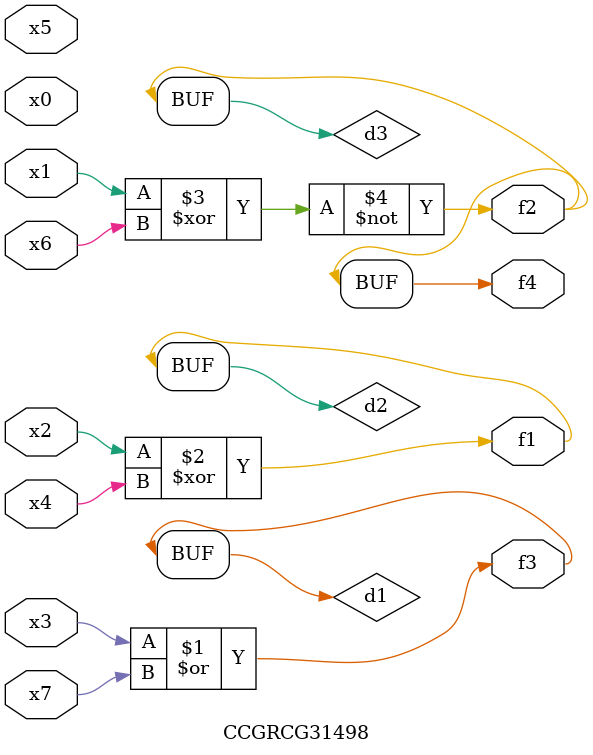
<source format=v>
module CCGRCG31498(
	input x0, x1, x2, x3, x4, x5, x6, x7,
	output f1, f2, f3, f4
);

	wire d1, d2, d3;

	or (d1, x3, x7);
	xor (d2, x2, x4);
	xnor (d3, x1, x6);
	assign f1 = d2;
	assign f2 = d3;
	assign f3 = d1;
	assign f4 = d3;
endmodule

</source>
